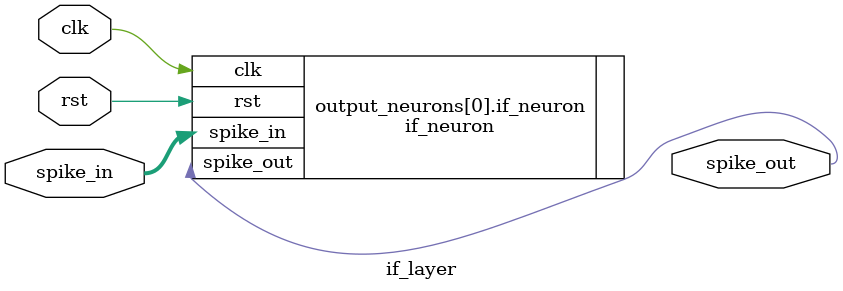
<source format=v>
`timescale 1ns / 1ps
module if_layer
#(
    parameter THRESH=15,
    parameter RESET=0,
    parameter REFRAC=5,
    parameter WEIGHT_SIZE=32,
    parameter NUM_INPUTS=4,
    parameter NUM_OUTPUTS=1
)
(
    input clk,
    input rst,
    input [NUM_INPUTS-1:0] spike_in,
    output [NUM_OUTPUTS-1:0] spike_out
);


genvar i;
generate
    for (i=0; i<NUM_OUTPUTS; i=i+1) begin : output_neurons
    if_neuron 
    #(
        .THRESH(THRESH),
        .RESET(RESET),
        .REFRAC(REFRAC),
        .WEIGHT_SIZE(WEIGHT_SIZE),
        .NUM_INPUTS(NUM_INPUTS),
        //.WEIGHT_FILENAME({i+48,".txt"})
        .WEIGHT_FILENAME("neuron.txt")
    )
    if_neuron (
        .clk(clk),
        .rst(rst),
        .spike_in(spike_in),
        .spike_out(spike_out[i])
    );
end 
endgenerate

endmodule
</source>
